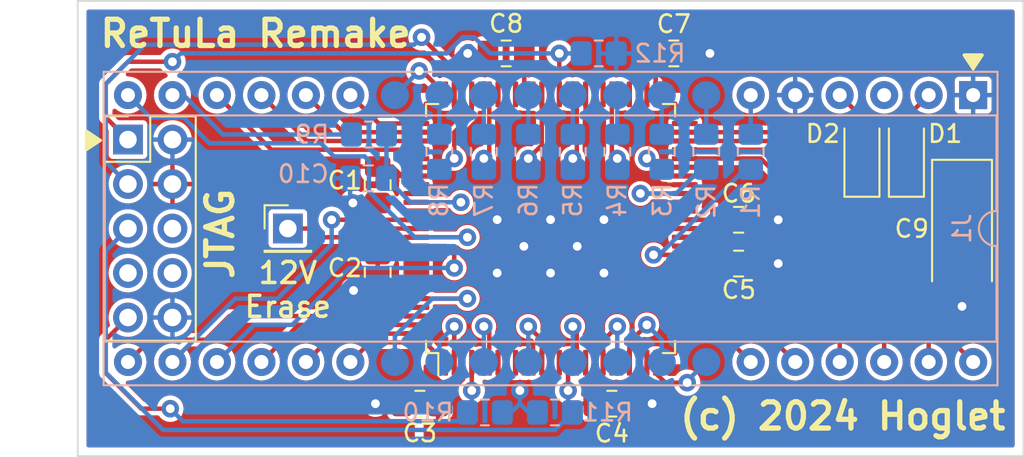
<source format=kicad_pcb>
(kicad_pcb (version 20211014) (generator pcbnew)
  (layers (0 "F.Cu" signal) (31 "B.Cu" signal) (34 "B.Paste" user) (35 "F.Paste" user) (36 "B.SilkS" user "B.Silkscreen") (37 "F.SilkS" user "F.Silkscreen") (38 "B.Mask" user) (39 "F.Mask" user) (44 "Edge.Cuts" user))
  (net 0 "")
  (net 1 "VCC")
  (net 2 "GND")
  (net 4 "Net-(D1-Pad2)")
  (net 5 "Net-(J1-Pad6)")
  (net 6 "Net-(J1-Pad7)")
  (net 7 "Net-(J1-Pad8)")
  (net 8 "Net-(J1-Pad9)")
  (net 9 "Net-(J1-Pad10)")
  (net 10 "Net-(J1-Pad11)")
  (net 11 "Net-(J1-Pad12)")
  (net 12 "Net-(J1-Pad13)")
  (net 13 "/HA0")
  (net 14 "/HA1")
  (net 15 "/HA2")
  (net 16 "/HRnW")
  (net 17 "/HCS")
  (net 18 "/HO2")
  (net 19 "/HRST")
  (net 20 "/PCS")
  (net 21 "/PNRDS")
  (net 22 "/PNWDS")
  (net 23 "/DACK")
  (net 24 "/PA2")
  (net 25 "/PA1")
  (net 26 "/PA0")
  (net 27 "/PD7")
  (net 28 "/PD6")
  (net 29 "/PD5")
  (net 30 "/PD4")
  (net 31 "/PD3")
  (net 32 "/PD2")
  (net 33 "/PD1")
  (net 34 "/PD0")
  (net 35 "/PIRQ")
  (net 36 "/PRST")
  (net 37 "/DRQ")
  (net 38 "/HIRQ")
  (net 39 "/PNMI")
  (net 40 "/HD0")
  (net 41 "/HD1")
  (net 42 "/HD2")
  (net 43 "/HD3")
  (net 44 "/HD4")
  (net 45 "/HD5")
  (net 46 "/HD6")
  (net 47 "/HD7")
  (net 48 "/TCK")
  (net 49 "/TDO")
  (net 50 "/TMS")
  (net 51 "/TDI")
  (net 55 "Net-(D2-Pad2)")
  (net 56 "Net-(J3-Pad1)")
  (net 101 "/HO2filtered")
  (footprint "Capacitor_Tantalum_SMD:CP_EIA-6032-28_Kemet-C_Pad2.25x2.35mm_HandSolder" (layer "F.Cu") (at 150.495 119.39 -90)
    (fp_text reference "C9")
    (fp_text value "10u")
  )
  (footprint "Connector_PinHeader_2.54mm:PinHeader_2x05_P2.54mm_Vertical" (layer "F.Cu") (at 102.87 114.3)
    (fp_text reference "J2" hide)
    (fp_text value "Conn_02x05_Odd_Even")
  )
  (footprint "Capacitor_SMD:C_0805_2012Metric_Pad1.18x1.45mm_HandSolder" (layer "F.Cu") (at 119.5375 129.38 180)
    (fp_text reference "C3")
    (fp_text value "100n")
  )
  (footprint "Capacitor_SMD:C_0805_2012Metric_Pad1.18x1.45mm_HandSolder" (layer "F.Cu") (at 117.13 116.88 -90)
    (fp_text reference "C1")
    (fp_text value "100n")
  )
  (footprint "Diode_SMD:D_SOD-123" (layer "F.Cu") (at 147.32 115.315 90)
    (fp_text reference "D1")
    (fp_text value "MBR130")
  )
  (footprint "Capacitor_SMD:C_0805_2012Metric_Pad1.18x1.45mm_HandSolder" (layer "F.Cu") (at 137.7375 118.88)
    (fp_text reference "C6")
    (fp_text value "100n")
  )
  (footprint "Capacitor_SMD:C_0805_2012Metric_Pad1.18x1.45mm_HandSolder" (layer "F.Cu") (at 134.0375 109.38)
    (fp_text reference "C7")
    (fp_text value "100n")
  )
  (footprint "Diode_SMD:D_SOD-123" (layer "F.Cu") (at 144.78 115.315 90)
    (fp_text reference "D2")
    (fp_text value "MBR130")
  )
  (footprint "Capacitor_SMD:C_0805_2012Metric_Pad1.18x1.45mm_HandSolder" (layer "F.Cu") (at 124.4625 109.38 180)
    (fp_text reference "C8")
    (fp_text value "100n")
  )
  (footprint "Capacitor_SMD:C_0805_2012Metric_Pad1.18x1.45mm_HandSolder" (layer "F.Cu") (at 117.13 121.88 -90)
    (fp_text reference "C2")
    (fp_text value "100n")
  )
  (footprint "Connector_PinHeader_2.54mm:PinHeader_1x01_P2.54mm_Vertical" (layer "F.Cu") (at 112 119.38)
    (fp_text reference "J3" hide)
    (fp_text value "Conn_01x01_Male")
  )
  (footprint "Package_QFP:TQFP-100_14x14mm_P0.5mm" (layer "F.Cu") (at 127 119.38 90)
    (fp_text reference "U1" hide)
    (fp_text value "ATF1508AS-10AU100")
  )
  (footprint "Capacitor_SMD:C_0805_2012Metric_Pad1.18x1.45mm_HandSolder" (layer "F.Cu") (at 137.7375 121.38)
    (fp_text reference "C5")
    (fp_text value "100n")
  )
  (footprint "Capacitor_SMD:C_0805_2012Metric_Pad1.18x1.45mm_HandSolder" (layer "F.Cu") (at 130.5 129.38)
    (fp_text reference "C4")
    (fp_text value "100n")
  )
  (footprint "Resistor_SMD:R_0805_2012Metric_Pad1.20x1.40mm_HandSolder" (layer "B.Cu") (at 127.25 129.88 180)
    (fp_text reference "R11")
    (fp_text value "NF")
  )
  (footprint "Resistor_SMD:R_0805_2012Metric_Pad1.20x1.40mm_HandSolder" (layer "B.Cu") (at 125.73 115 90)
    (fp_text reference "R6")
    (fp_text value "0R")
  )
  (footprint "Resistor_SMD:R_0805_2012Metric_Pad1.20x1.40mm_HandSolder" (layer "B.Cu") (at 133.35 115 90)
    (fp_text reference "R3")
    (fp_text value "0R")
  )
  (footprint "Capacitor_SMD:C_0805_2012Metric_Pad1.18x1.45mm_HandSolder" (layer "B.Cu") (at 116.5925 116.51)
    (fp_text reference "C10")
    (fp_text value "47p")
  )
  (footprint "Resistor_SMD:R_0805_2012Metric_Pad1.20x1.40mm_HandSolder" (layer "B.Cu") (at 123.19 115 90)
    (fp_text reference "R7")
    (fp_text value "0R")
  )
  (footprint "Resistor_SMD:R_0805_2012Metric_Pad1.20x1.40mm_HandSolder" (layer "B.Cu") (at 129.75 109.38)
    (fp_text reference "R12")
    (fp_text value "NF")
  )
  (footprint "Resistor_SMD:R_0805_2012Metric_Pad1.20x1.40mm_HandSolder" (layer "B.Cu") (at 138.43 115 90)
    (fp_text reference "R1")
    (fp_text value "0R")
  )
  (footprint "Resistor_SMD:R_0805_2012Metric_Pad1.20x1.40mm_HandSolder" (layer "B.Cu") (at 123.25 129.88 180)
    (fp_text reference "R10")
    (fp_text value "NF")
  )
  (footprint "Resistor_SMD:R_0805_2012Metric_Pad1.20x1.40mm_HandSolder" (layer "B.Cu") (at 130.81 115 90)
    (fp_text reference "R4")
    (fp_text value "0R")
  )
  (footprint "Resistor_SMD:R_0805_2012Metric_Pad1.20x1.40mm_HandSolder" (layer "B.Cu") (at 135.89 115 90)
    (fp_text reference "R2")
    (fp_text value "0R")
  )
  (footprint "Resistor_SMD:R_0805_2012Metric_Pad1.20x1.40mm_HandSolder" (layer "B.Cu") (at 120.65 115 90)
    (fp_text reference "R8")
    (fp_text value "0R")
  )
  (footprint "Resistor_SMD:R_0805_2012Metric_Pad1.20x1.40mm_HandSolder" (layer "B.Cu") (at 116.63 114.01 180)
    (fp_text reference "R9")
    (fp_text value "120R")
  )
  (footprint "myfootprints:DIP-40_W15.24mm_Header" (layer "B.Cu") (at 151.13 111.76 90)
    (fp_text reference "J1")
    (fp_text value "40 Pin DIP Header")
  )
  (footprint "Resistor_SMD:R_0805_2012Metric_Pad1.20x1.40mm_HandSolder" (layer "B.Cu") (at 128.27 115 90)
    (fp_text reference "R5")
    (fp_text value "0R")
  )
  (gr_poly (pts (xy 101.27 114.346) (xy 100.508 114.854) (xy 100.508 113.838)) (layer "F.SilkS") (width 0.2) (fill solid))
  (gr_poly (pts (xy 151.13 110.236) (xy 150.622 109.474) (xy 151.638 109.474)) (layer "F.SilkS") (width 0.2) (fill solid))
  (gr_line (start 154 106.38) (end 100 106.38) (layer "Edge.Cuts") (width 0.1))
  (gr_line (start 100 106.38) (end 100 132.38) (layer "Edge.Cuts") (width 0.1))
  (gr_line (start 100 132.38) (end 154 132.38) (layer "Edge.Cuts") (width 0.1))
  (gr_line (start 154 132.38) (end 154 106.38) (layer "Edge.Cuts") (width 0.1))
  (gr_text "ReTuLa Remake" (at 110.16 108.25) (layer "F.SilkS") (effects (font (size 1.5 1.5) (thickness 0.3))))
  (gr_text "JTAG" (at 108.128 119.68 90) (layer "F.SilkS") (effects (font (size 1.5 1.5) (thickness 0.3))))
  (gr_text "12V\nErase" (at 112 122.88) (layer "F.SilkS") (effects (font (size 1.2 1.2) (thickness 0.2))))
  (gr_text "(c) 2024 Hoglet" (at 143.688 130.094) (layer "F.SilkS") (effects (font (size 1.5 1.5) (thickness 0.3))))
  (segment (start 133 111.7175) (end 133 109.38) (width 0.254) (layer "F.Cu") (net 1))
  (segment (start 119.3375 120.88) (end 117.1675 120.88) (width 0.254) (layer "F.Cu") (net 1))
  (segment (start 117.13 115.8425) (end 117.9625 115.8425) (width 0.254) (layer "F.Cu") (net 1))
  (segment (start 122 127.0425) (end 122 127.98) (width 0.254) (layer "F.Cu") (net 1))
  (segment (start 121.8 128.18) (end 120.6 128.18) (width 0.254) (layer "F.Cu") (net 1))
  (segment (start 120.6 128.18) (end 120.575 128.205) (width 0.254) (layer "F.Cu") (net 1))
  (segment (start 134.6625 118.88) (end 136.7 118.88) (width 0.254) (layer "F.Cu") (net 1))
  (segment (start 122 127.98) (end 121.8 128.18) (width 0.254) (layer "F.Cu") (net 1))
  (segment (start 120.575 128.205) (end 120.575 129.38) (width 0.254) (layer "F.Cu") (net 1))
  (segment (start 129.5 127.0425) (end 129.5 129.3425) (width 0.254) (layer "F.Cu") (net 1))
  (segment (start 118.5 116.38) (end 119.3375 116.38) (width 0.254) (layer "F.Cu") (net 1))
  (segment (start 125.5 111.7175) (end 125.5 109.38) (width 0.254) (layer "F.Cu") (net 1))
  (segment (start 117.9625 115.8425) (end 118.5 116.38) (width 0.254) (layer "F.Cu") (net 1))
  (segment (start 134.6625 121.38) (end 136.7 121.38) (width 0.254) (layer "F.Cu") (net 1))
  (via (at 125.25 128.63) (size 1) (drill 0.5) (layers "F.Cu" "B.Cu") (net 1))
  (segment (start 125.75 129.88) (end 126.25 129.88) (width 0.254) (layer "B.Cu") (net 1))
  (segment (start 124.25 129.88) (end 124.75 129.88) (width 0.254) (layer "B.Cu") (net 1))
  (segment (start 125.25 129.38) (end 125.75 129.88) (width 0.254) (layer "B.Cu") (net 1))
  (segment (start 124.75 129.88) (end 125.25 129.38) (width 0.254) (layer "B.Cu") (net 1))
  (segment (start 125.25 128.63) (end 125.25 129.38) (width 0.254) (layer "B.Cu") (net 1))
  (segment (start 130 121.968) (end 130.048 121.92) (width 0.254) (layer "F.Cu") (net 2))
  (segment (start 140 121.38) (end 138.775 121.38) (width 0.254) (layer "F.Cu") (net 2))
  (segment (start 130.048 118.872) (end 130.048 121.92) (width 0.254) (layer "F.Cu") (net 2))
  (segment (start 123.952 121.92) (end 130.048 121.92) (width 0.254) (layer "F.Cu") (net 2))
  (segment (start 127 118.872) (end 130.048 121.92) (width 0.254) (layer "F.Cu") (net 2))
  (segment (start 122.268 109.38) (end 123.425 109.38) (width 0.254) (layer "F.Cu") (net 2))
  (segment (start 123.952 118.872) (end 127 121.92) (width 0.254) (layer "F.Cu") (net 2))
  (segment (start 119.3375 122.88) (end 117.1675 122.88) (width 0.254) (layer "F.Cu") (net 2))
  (segment (start 150.495 121.94) (end 150.495 123.825) (width 0.254) (layer "F.Cu") (net 2))
  (segment (start 117 129.38) (end 118.5 129.38) (width 0.254) (layer "F.Cu") (net 2))
  (segment (start 131.5375 129.38) (end 132.8 129.38) (width 0.254) (layer "F.Cu") (net 2))
  (segment (start 123.952 121.92) (end 127 118.872) (width 0.254) (layer "F.Cu") (net 2))
  (segment (start 135.075 109.38) (end 136.1 109.38) (width 0.254) (layer "F.Cu") (net 2))
  (segment (start 118.5 118.38) (end 119.3375 118.38) (width 0.254) (layer "F.Cu") (net 2))
  (segment (start 115.7125 117.9175) (end 117.13 117.9175) (width 0.254) (layer "F.Cu") (net 2))
  (segment (start 123.952 118.872) (end 130.048 118.872) (width 0.254) (layer "F.Cu") (net 2))
  (segment (start 117.13 117.9175) (end 118.0375 117.9175) (width 0.254) (layer "F.Cu") (net 2))
  (segment (start 118.0375 117.9175) (end 118.5 118.38) (width 0.254) (layer "F.Cu") (net 2))
  (segment (start 123.952 118.872) (end 123.952 121.92) (width 0.254) (layer "F.Cu") (net 2))
  (segment (start 127 121.92) (end 130.048 118.872) (width 0.254) (layer "F.Cu") (net 2))
  (segment (start 140 118.88) (end 138.775 118.88) (width 0.254) (layer "F.Cu") (net 2))
  (segment (start 115.75 122.9175) (end 117.13 122.9175) (width 0.254) (layer "F.Cu") (net 2))
  (via (at 127 118.872) (size 1) (drill 0.5) (layers "F.Cu" "B.Cu") (net 2))
  (via (at 125.476 120.396) (size 1) (drill 0.5) (layers "F.Cu" "B.Cu") (net 2))
  (via (at 123.952 118.872) (size 1) (drill 0.5) (layers "F.Cu" "B.Cu") (net 2))
  (via (at 127 121.92) (size 1) (drill 0.5) (layers "F.Cu" "B.Cu") (net 2))
  (via (at 132.8 129.38) (size 1) (drill 0.5) (layers "F.Cu" "B.Cu") (net 2))
  (via (at 140 118.88) (size 1) (drill 0.5) (layers "F.Cu" "B.Cu") (net 2))
  (via (at 117 129.38) (size 1) (drill 0.5) (layers "F.Cu" "B.Cu") (net 2))
  (via (at 140 121.38) (size 1) (drill 0.5) (layers "F.Cu" "B.Cu") (net 2))
  (via (at 122.268 109.38) (size 1) (drill 0.5) (layers "F.Cu" "B.Cu") (net 2))
  (via (at 130.048 121.92) (size 1) (drill 0.5) (layers "F.Cu" "B.Cu") (net 2))
  (via (at 136.1 109.38) (size 1) (drill 0.5) (layers "F.Cu" "B.Cu") (net 2))
  (via (at 128.524 120.396) (size 1) (drill 0.5) (layers "F.Cu" "B.Cu") (net 2))
  (via (at 115.7125 117.9175) (size 1) (drill 0.5) (layers "F.Cu" "B.Cu") (net 2))
  (via (at 123.952 121.92) (size 1) (drill 0.5) (layers "F.Cu" "B.Cu") (net 2))
  (via (at 115.75 122.9175) (size 1) (drill 0.5) (layers "F.Cu" "B.Cu") (net 2))
  (via (at 150.495 123.825) (size 1) (drill 0.5) (layers "F.Cu" "B.Cu") (net 2))
  (via (at 130.048 118.872) (size 1) (drill 0.5) (layers "F.Cu" "B.Cu") (net 2))
  (segment (start 148.59 111.76) (end 147.32 113.03) (width 0.254) (layer "F.Cu") (net 4))
  (segment (start 147.32 113.03) (end 147.32 113.665) (width 0.254) (layer "F.Cu") (net 4))
  (segment (start 138.43 111.76) (end 138.43 114) (width 0.254) (layer "B.Cu") (net 5))
  (segment (start 135.89 111.76) (end 135.89 114) (width 0.254) (layer "B.Cu") (net 6))
  (segment (start 133.35 111.76) (end 133.35 114) (width 0.254) (layer "B.Cu") (net 7))
  (segment (start 130.81 111.76) (end 130.81 114) (width 0.254) (layer "B.Cu") (net 8))
  (segment (start 128.27 111.76) (end 128.27 114) (width 0.254) (layer "B.Cu") (net 9))
  (segment (start 125.73 111.76) (end 125.73 114) (width 0.254) (layer "B.Cu") (net 10))
  (segment (start 123.19 111.76) (end 123.19 114) (width 0.254) (layer "B.Cu") (net 11))
  (segment (start 120.65 111.76) (end 120.65 114) (width 0.254) (layer "B.Cu") (net 12))
  (segment (start 119.5 110.38) (end 119.6625 110.38) (width 0.254) (layer "F.Cu") (net 13))
  (segment (start 119.6625 110.38) (end 121 111.7175) (width 0.254) (layer "F.Cu") (net 13))
  (via (at 119.5 110.38) (size 1) (drill 0.5) (layers "F.Cu" "B.Cu") (net 13))
  (segment (start 118.12 111.76) (end 119.5 110.38) (width 0.254) (layer "B.Cu") (net 13))
  (segment (start 117.19 113.38) (end 119.3375 113.38) (width 0.254) (layer "F.Cu") (net 14))
  (segment (start 115.57 111.76) (end 117.19 113.38) (width 0.254) (layer "F.Cu") (net 14))
  (segment (start 115.15 113.88) (end 113.03 111.76) (width 0.254) (layer "F.Cu") (net 15))
  (segment (start 119.3375 113.88) (end 115.15 113.88) (width 0.254) (layer "F.Cu") (net 15))
  (segment (start 113.1 114.38) (end 119.3375 114.38) (width 0.254) (layer "F.Cu") (net 16))
  (segment (start 110.485 111.765) (end 113.1 114.38) (width 0.254) (layer "F.Cu") (net 16))
  (segment (start 107.945 111.765) (end 111.06 114.88) (width 0.254) (layer "F.Cu") (net 17))
  (segment (start 111.06 114.88) (end 119.3375 114.88) (width 0.254) (layer "F.Cu") (net 17))
  (segment (start 108.295 114.01) (end 115.63 114.01) (width 0.254) (layer "B.Cu") (net 18))
  (segment (start 106.045 111.76) (end 108.295 114.01) (width 0.254) (layer "B.Cu") (net 18))
  (segment (start 122.25 119.88) (end 119.3375 119.88) (width 0.254) (layer "F.Cu") (net 19))
  (via (at 122.25 119.88) (size 1) (drill 0.5) (layers "F.Cu" "B.Cu") (net 19))
  (segment (start 104.14 113.03) (end 102.87 111.76) (width 0.254) (layer "B.Cu") (net 19))
  (segment (start 107.525 114.51) (end 106.045 113.03) (width 0.254) (layer "B.Cu") (net 19))
  (segment (start 106.045 113.03) (end 104.14 113.03) (width 0.254) (layer "B.Cu") (net 19))
  (segment (start 122.25 119.88) (end 119.25 119.88) (width 0.254) (layer "B.Cu") (net 19))
  (segment (start 114.63 115.26) (end 113.88 114.51) (width 0.254) (layer "B.Cu") (net 19))
  (segment (start 113.88 114.51) (end 107.525 114.51) (width 0.254) (layer "B.Cu") (net 19))
  (segment (start 119.25 119.88) (end 116.63 117.26) (width 0.254) (layer "B.Cu") (net 19))
  (segment (start 116.38 115.26) (end 114.63 115.26) (width 0.254) (layer "B.Cu") (net 19))
  (segment (start 116.63 117.26) (end 116.63 115.51) (width 0.254) (layer "B.Cu") (net 19))
  (segment (start 116.63 115.51) (end 116.38 115.26) (width 0.254) (layer "B.Cu") (net 19))
  (segment (start 107.315 125.73) (end 108.67 124.375) (width 0.254) (layer "F.Cu") (net 20))
  (segment (start 118 123.88) (end 119.3375 123.88) (width 0.254) (layer "F.Cu") (net 20))
  (segment (start 117.505 124.375) (end 118 123.88) (width 0.254) (layer "F.Cu") (net 20))
  (segment (start 108.67 124.375) (end 117.505 124.375) (width 0.254) (layer "F.Cu") (net 20))
  (segment (start 102.87 127) (end 104.14 125.73) (width 0.254) (layer "F.Cu") (net 20))
  (segment (start 104.14 125.73) (end 107.315 125.73) (width 0.254) (layer "F.Cu") (net 20))
  (segment (start 114.5 118.88) (end 119.3375 118.88) (width 0.254) (layer "F.Cu") (net 21))
  (via (at 114.5 118.88) (size 1) (drill 0.5) (layers "F.Cu" "B.Cu") (net 21))
  (segment (start 109 123.38) (end 105.41 126.97) (width 0.254) (layer "B.Cu") (net 21))
  (segment (start 111.412 123.38) (end 109 123.38) (width 0.254) (layer "B.Cu") (net 21))
  (segment (start 114.5 120.292) (end 111.412 123.38) (width 0.254) (layer "B.Cu") (net 21))
  (segment (start 114.5 118.88) (end 114.5 120.292) (width 0.254) (layer "B.Cu") (net 21))
  (segment (start 121 120.38) (end 119.3375 120.38) (width 0.254) (layer "F.Cu") (net 22))
  (segment (start 121.5 120.88) (end 121 120.38) (width 0.254) (layer "F.Cu") (net 22))
  (segment (start 121.5 121.63) (end 121.5 120.88) (width 0.254) (layer "F.Cu") (net 22))
  (via (at 121.5 121.63) (size 1) (drill 0.5) (layers "F.Cu" "B.Cu") (net 22))
  (segment (start 121.5 121.63) (end 115.5 121.63) (width 0.254) (layer "B.Cu") (net 22))
  (segment (start 112.25 124.88) (end 110.07 124.88) (width 0.254) (layer "B.Cu") (net 22))
  (segment (start 110.07 124.88) (end 107.95 127) (width 0.254) (layer "B.Cu") (net 22))
  (segment (start 115.5 121.63) (end 112.25 124.88) (width 0.254) (layer "B.Cu") (net 22))
  (segment (start 112.61 124.88) (end 110.485 127.005) (width 0.254) (layer "F.Cu") (net 23))
  (segment (start 119.3375 124.88) (end 112.61 124.88) (width 0.254) (layer "F.Cu") (net 23))
  (segment (start 114.65 125.38) (end 113.025 127.005) (width 0.254) (layer "F.Cu") (net 24))
  (segment (start 119.3375 125.38) (end 114.65 125.38) (width 0.254) (layer "F.Cu") (net 24))
  (segment (start 115.57 127) (end 116.69 125.88) (width 0.254) (layer "F.Cu") (net 25))
  (segment (start 119.8375 125.88) (end 121 127.0425) (width 0.254) (layer "F.Cu") (net 25))
  (segment (start 116.69 125.88) (end 119.8375 125.88) (width 0.254) (layer "F.Cu") (net 25))
  (segment (start 119.3375 123.38) (end 122.25 123.38) (width 0.254) (layer "F.Cu") (net 26))
  (via (at 122.25 123.38) (size 1) (drill 0.5) (layers "F.Cu" "B.Cu") (net 26))
  (segment (start 118.11 125.52) (end 118.11 127) (width 0.254) (layer "B.Cu") (net 26))
  (segment (start 122.25 123.38) (end 120.25 123.38) (width 0.254) (layer "B.Cu") (net 26))
  (segment (start 120.25 123.38) (end 118.11 125.52) (width 0.254) (layer "B.Cu") (net 26))
  (segment (start 121.5 124.968) (end 121.5 127.0425) (width 0.254) (layer "F.Cu") (net 27))
  (via (at 121.5 124.968) (size 1) (drill 0.5) (layers "F.Cu" "B.Cu") (net 27))
  (segment (start 121.5 124.968) (end 120.65 125.818) (width 0.254) (layer "B.Cu") (net 27))
  (segment (start 120.65 125.818) (end 120.65 127) (width 0.254) (layer "B.Cu") (net 27))
  (segment (start 123.19 124.968) (end 123.5 125.278) (width 0.254) (layer "F.Cu") (net 28))
  (segment (start 123.5 125.278) (end 123.5 127.0425) (width 0.254) (layer "F.Cu") (net 28))
  (via (at 123.19 124.968) (size 1) (drill 0.5) (layers "F.Cu" "B.Cu") (net 28))
  (segment (start 123.19 127) (end 123.19 124.968) (width 0.254) (layer "B.Cu") (net 28))
  (segment (start 126.5 125.738) (end 125.73 124.968) (width 0.254) (layer "F.Cu") (net 29))
  (segment (start 126.5 127.0425) (end 126.5 125.738) (width 0.254) (layer "F.Cu") (net 29))
  (via (at 125.73 124.968) (size 1) (drill 0.5) (layers "F.Cu" "B.Cu") (net 29))
  (segment (start 125.73 127) (end 125.73 124.968) (width 0.254) (layer "B.Cu") (net 29))
  (segment (start 128.5 127.0425) (end 128.5 125.198) (width 0.254) (layer "F.Cu") (net 30))
  (segment (start 128.5 125.198) (end 128.27 124.968) (width 0.254) (layer "F.Cu") (net 30))
  (via (at 128.27 124.968) (size 1) (drill 0.5) (layers "F.Cu" "B.Cu") (net 30))
  (segment (start 128.27 127) (end 128.27 124.968) (width 0.254) (layer "B.Cu") (net 30))
  (segment (start 130 127.0425) (end 130 125.778) (width 0.254) (layer "F.Cu") (net 31))
  (segment (start 130 125.778) (end 130.81 124.968) (width 0.254) (layer "F.Cu") (net 31))
  (via (at 130.81 124.968) (size 1) (drill 0.5) (layers "F.Cu" "B.Cu") (net 31))
  (segment (start 130.81 127) (end 130.81 124.968) (width 0.254) (layer "B.Cu") (net 31))
  (segment (start 131.5 125.88) (end 131.5 127.0425) (width 0.254) (layer "F.Cu") (net 32))
  (segment (start 132.5 124.88) (end 131.5 125.88) (width 0.254) (layer "F.Cu") (net 32))
  (via (at 132.5 124.88) (size 1) (drill 0.5) (layers "F.Cu" "B.Cu") (net 32))
  (segment (start 132.5 124.88) (end 133.35 125.73) (width 0.254) (layer "B.Cu") (net 32))
  (segment (start 133.35 125.73) (end 133.35 127) (width 0.254) (layer "B.Cu") (net 32))
  (segment (start 134.8 128.18) (end 133.55 128.18) (width 0.254) (layer "F.Cu") (net 33))
  (segment (start 133.55 128.18) (end 133 127.63) (width 0.254) (layer "F.Cu") (net 33))
  (via (at 134.8 128.18) (size 1) (drill 0.5) (layers "F.Cu" "B.Cu") (net 33))
  (segment (start 134.8 128.18) (end 134.8 128.09) (width 0.254) (layer "B.Cu") (net 33))
  (segment (start 134.8 128.09) (end 135.89 127) (width 0.254) (layer "B.Cu") (net 33))
  (segment (start 134.6625 124.88) (end 136.31 124.88) (width 0.254) (layer "F.Cu") (net 34))
  (segment (start 136.31 124.88) (end 138.43 127) (width 0.254) (layer "F.Cu") (net 34))
  (segment (start 139.065 125.095) (end 140.97 127) (width 0.254) (layer "F.Cu") (net 35))
  (segment (start 134.6625 123.88) (end 136.58 123.88) (width 0.254) (layer "F.Cu") (net 35))
  (segment (start 137.795 125.095) (end 136.58 123.88) (width 0.254) (layer "F.Cu") (net 35))
  (segment (start 139.065 125.095) (end 137.795 125.095) (width 0.254) (layer "F.Cu") (net 35))
  (segment (start 139 115.38) (end 141.25 117.63) (width 0.254) (layer "F.Cu") (net 36))
  (segment (start 141.25 117.63) (end 141.25 120.13) (width 0.254) (layer "F.Cu") (net 36))
  (segment (start 141.25 120.13) (end 143.51 122.39) (width 0.254) (layer "F.Cu") (net 36))
  (segment (start 143.51 122.39) (end 143.51 127) (width 0.254) (layer "F.Cu") (net 36))
  (segment (start 134.6625 115.38) (end 139 115.38) (width 0.254) (layer "F.Cu") (net 36))
  (segment (start 146.05 123.93) (end 146.05 127) (width 0.254) (layer "F.Cu") (net 37))
  (segment (start 141.75 117.13) (end 141.75 119.63) (width 0.254) (layer "F.Cu") (net 37))
  (segment (start 134.6625 114.88) (end 139.5 114.88) (width 0.254) (layer "F.Cu") (net 37))
  (segment (start 141.75 119.63) (end 146.05 123.93) (width 0.254) (layer "F.Cu") (net 37))
  (segment (start 139.5 114.88) (end 141.75 117.13) (width 0.254) (layer "F.Cu") (net 37))
  (segment (start 142.25 119.13) (end 148.59 125.47) (width 0.254) (layer "F.Cu") (net 38))
  (segment (start 134.6625 114.38) (end 140 114.38) (width 0.254) (layer "F.Cu") (net 38))
  (segment (start 148.59 125.47) (end 148.59 127) (width 0.254) (layer "F.Cu") (net 38))
  (segment (start 140 114.38) (end 142.25 116.63) (width 0.254) (layer "F.Cu") (net 38))
  (segment (start 142.25 116.63) (end 142.25 119.13) (width 0.254) (layer "F.Cu") (net 38))
  (segment (start 142.75 116.13) (end 142.75 118.63) (width 0.254) (layer "F.Cu") (net 39))
  (segment (start 134.6625 113.88) (end 140.5 113.88) (width 0.254) (layer "F.Cu") (net 39))
  (segment (start 142.75 118.63) (end 151.12 127) (width 0.254) (layer "F.Cu") (net 39))
  (segment (start 140.5 113.88) (end 142.75 116.13) (width 0.254) (layer "F.Cu") (net 39))
  (segment (start 132.88 120.88) (end 134.6625 120.88) (width 0.254) (layer "F.Cu") (net 40))
  (via (at 132.88 120.88) (size 1) (drill 0.5) (layers "F.Cu" "B.Cu") (net 40))
  (segment (start 133.215 120.88) (end 138.095 116) (width 0.254) (layer "B.Cu") (net 40))
  (segment (start 132.88 120.88) (end 133.215 120.88) (width 0.254) (layer "B.Cu") (net 40))
  (segment (start 132.13 117.38) (end 134.6625 117.38) (width 0.254) (layer "F.Cu") (net 41))
  (via (at 132.13 117.38) (size 1) (drill 0.5) (layers "F.Cu" "B.Cu") (net 41))
  (segment (start 132.13 117.38) (end 134.175 117.38) (width 0.254) (layer "B.Cu") (net 41))
  (segment (start 134.175 117.38) (end 135.555 116) (width 0.254) (layer "B.Cu") (net 41))
  (segment (start 133.5 116.38) (end 134.6625 116.38) (width 0.254) (layer "F.Cu") (net 42))
  (segment (start 132.5 115.38) (end 133.5 116.38) (width 0.254) (layer "F.Cu") (net 42))
  (via (at 132.5 115.38) (size 1) (drill 0.5) (layers "F.Cu" "B.Cu") (net 42))
  (segment (start 132.73 115.38) (end 133.35 116) (width 0.254) (layer "B.Cu") (net 42))
  (segment (start 132.5 115.38) (end 132.73 115.38) (width 0.254) (layer "B.Cu") (net 42))
  (segment (start 130.5 115.07) (end 130.5 111.7175) (width 0.254) (layer "F.Cu") (net 43))
  (segment (start 130.81 115.38) (end 130.5 115.07) (width 0.254) (layer "F.Cu") (net 43))
  (via (at 130.81 115.38) (size 1) (drill 0.5) (layers "F.Cu" "B.Cu") (net 43))
  (segment (start 130.81 115.38) (end 130.81 116) (width 0.254) (layer "B.Cu") (net 43))
  (segment (start 128.27 115.38) (end 128.5 115.15) (width 0.254) (layer "F.Cu") (net 44))
  (segment (start 128.5 115.15) (end 128.5 111.7175) (width 0.254) (layer "F.Cu") (net 44))
  (via (at 128.27 115.38) (size 1) (drill 0.5) (layers "F.Cu" "B.Cu") (net 44))
  (segment (start 128.27 115.38) (end 128.27 116) (width 0.254) (layer "B.Cu") (net 44))
  (segment (start 125.73 115.38) (end 126.5 114.61) (width 0.254) (layer "F.Cu") (net 45))
  (segment (start 126.5 114.61) (end 126.5 111.7175) (width 0.254) (layer "F.Cu") (net 45))
  (via (at 125.73 115.38) (size 1) (drill 0.5) (layers "F.Cu" "B.Cu") (net 45))
  (segment (start 125.73 115.38) (end 125.73 116) (width 0.254) (layer "B.Cu") (net 45))
  (segment (start 123.19 115.38) (end 123.5 115.07) (width 0.254) (layer "F.Cu") (net 46))
  (segment (start 123.5 115.07) (end 123.5 111.7175) (width 0.254) (layer "F.Cu") (net 46))
  (via (at 123.19 115.38) (size 1) (drill 0.5) (layers "F.Cu" "B.Cu") (net 46))
  (segment (start 123.19 115.38) (end 123.19 116) (width 0.254) (layer "B.Cu") (net 46))
  (segment (start 121.5 113.88) (end 122.5 112.88) (width 0.254) (layer "F.Cu") (net 47))
  (segment (start 121.5 115.38) (end 121.5 113.88) (width 0.254) (layer "F.Cu") (net 47))
  (segment (start 122.5 112.88) (end 122.5 111.7175) (width 0.254) (layer "F.Cu") (net 47))
  (via (at 121.5 115.38) (size 1) (drill 0.5) (layers "F.Cu" "B.Cu") (net 47))
  (segment (start 121.27 115.38) (end 120.65 116) (width 0.254) (layer "B.Cu") (net 47))
  (segment (start 121.5 115.38) (end 121.27 115.38) (width 0.254) (layer "B.Cu") (net 47))
  (segment (start 102.87 109.855) (end 101.6 111.125) (width 0.254) (layer "F.Cu") (net 48))
  (segment (start 127.5 109.38) (end 127.5 111.7175) (width 0.254) (layer "F.Cu") (net 48))
  (segment (start 101.6 111.125) (end 101.6 113.03) (width 0.254) (layer "F.Cu") (net 48))
  (segment (start 105.41 109.855) (end 102.87 109.855) (width 0.254) (layer "F.Cu") (net 48))
  (segment (start 101.6 113.03) (end 102.87 114.3) (width 0.254) (layer "F.Cu") (net 48))
  (via (at 127.5 109.38) (size 1) (drill 0.5) (layers "F.Cu" "B.Cu") (net 48))
  (via (at 105.41 109.855) (size 1) (drill 0.5) (layers "F.Cu" "B.Cu") (net 48))
  (segment (start 105.885 109.38) (end 121.0615 109.38) (width 0.254) (layer "B.Cu") (net 48))
  (segment (start 105.41 109.855) (end 105.885 109.38) (width 0.254) (layer "B.Cu") (net 48))
  (segment (start 121.9835 108.458) (end 122.64 108.458) (width 0.254) (layer "B.Cu") (net 48))
  (segment (start 121.0615 109.38) (end 121.9835 108.458) (width 0.254) (layer "B.Cu") (net 48))
  (segment (start 123.562 109.38) (end 127.5 109.38) (width 0.254) (layer "B.Cu") (net 48))
  (segment (start 128.75 109.38) (end 127.5 109.38) (width 0.254) (layer "B.Cu") (net 48))
  (segment (start 122.64 108.458) (end 123.562 109.38) (width 0.254) (layer "B.Cu") (net 48))
  (segment (start 119.634 108.458) (end 122 110.824) (width 0.254) (layer "F.Cu") (net 49))
  (segment (start 122 110.824) (end 122 111.7175) (width 0.254) (layer "F.Cu") (net 49))
  (via (at 119.634 108.458) (size 1) (drill 0.5) (layers "F.Cu" "B.Cu") (net 49))
  (segment (start 101.6 111.125) (end 101.6 115.57) (width 0.254) (layer "B.Cu") (net 49))
  (segment (start 119.634 108.458) (end 119.212 108.88) (width 0.254) (layer "B.Cu") (net 49))
  (segment (start 101.6 115.57) (end 102.87 116.84) (width 0.254) (layer "B.Cu") (net 49))
  (segment (start 119.212 108.88) (end 103.845 108.88) (width 0.254) (layer "B.Cu") (net 49))
  (segment (start 103.845 108.88) (end 101.6 111.125) (width 0.254) (layer "B.Cu") (net 49))
  (segment (start 128 128.63) (end 128 127.0425) (width 0.254) (layer "F.Cu") (net 50))
  (via (at 128 128.63) (size 1) (drill 0.5) (layers "F.Cu" "B.Cu") (net 50))
  (segment (start 101.6 120.65) (end 102.87 119.38) (width 0.254) (layer "B.Cu") (net 50))
  (segment (start 127.25 130.88) (end 104.87675 130.88) (width 0.254) (layer "B.Cu") (net 50))
  (segment (start 104.87675 130.88) (end 101.6 127.60325) (width 0.254) (layer "B.Cu") (net 50))
  (segment (start 128.25 129.88) (end 127.25 130.88) (width 0.254) (layer "B.Cu") (net 50))
  (segment (start 101.6 127.60325) (end 101.6 120.65) (width 0.254) (layer "B.Cu") (net 50))
  (segment (start 128 129.63) (end 128 128.63) (width 0.254) (layer "B.Cu") (net 50))
  (segment (start 101.6 125.73) (end 102.87 124.46) (width 0.254) (layer "F.Cu") (net 51))
  (segment (start 103.63 129.665) (end 101.6 127.635) (width 0.254) (layer "F.Cu") (net 51))
  (segment (start 105.285 129.665) (end 103.63 129.665) (width 0.254) (layer "F.Cu") (net 51))
  (segment (start 122.5 128.63) (end 122.5 127.0425) (width 0.254) (layer "F.Cu") (net 51))
  (segment (start 101.6 127.635) (end 101.6 125.73) (width 0.254) (layer "F.Cu") (net 51))
  (via (at 105.285 129.665) (size 1) (drill 0.5) (layers "F.Cu" "B.Cu") (net 51))
  (via (at 122.5 128.63) (size 1) (drill 0.5) (layers "F.Cu" "B.Cu") (net 51))
  (segment (start 121.75 130.38) (end 122.25 129.88) (width 0.254) (layer "B.Cu") (net 51))
  (segment (start 122.5 128.63) (end 122.5 129.63) (width 0.254) (layer "B.Cu") (net 51))
  (segment (start 105.285 129.665) (end 106 130.38) (width 0.254) (layer "B.Cu") (net 51))
  (segment (start 106 130.38) (end 121.75 130.38) (width 0.254) (layer "B.Cu") (net 51))
  (segment (start 143.51 111.76) (end 144.78 113.03) (width 0.254) (layer "F.Cu") (net 55))
  (segment (start 144.78 113.03) (end 144.78 113.665) (width 0.254) (layer "F.Cu") (net 55))
  (segment (start 112 119.38) (end 113.5 119.38) (width 0.254) (layer "F.Cu") (net 56))
  (segment (start 113.5 119.38) (end 114 119.88) (width 0.254) (layer "F.Cu") (net 56))
  (segment (start 114 119.88) (end 115 119.88) (width 0.254) (layer "F.Cu") (net 56))
  (segment (start 115 119.88) (end 115.5 119.38) (width 0.254) (layer "F.Cu") (net 56))
  (segment (start 115.5 119.38) (end 119.3375 119.38) (width 0.254) (layer "F.Cu") (net 56))
  (segment (start 121.88 117.88) (end 119.3375 117.88) (width 0.254) (layer "F.Cu") (net 101))
  (via (at 121.88 117.88) (size 1) (drill 0.5) (layers "F.Cu" "B.Cu") (net 101))
  (segment (start 117.63 114.01) (end 117.63 116.51) (width 0.254) (layer "B.Cu") (net 101))
  (segment (start 119 117.88) (end 117.63 116.51) (width 0.254) (layer "B.Cu") (net 101))
  (segment (start 121.88 117.88) (end 119 117.88) (width 0.254) (layer "B.Cu") (net 101))
  (zone (net 2) (net_name "GND") (layer "F.Cu") (connect_pads (clearance 0.2032)) (min_thickness 0.2032) (fill yes (thermal_gap 0.254) (thermal_bridge_width 0.254))
    (polygon (pts (xy 134.25 126.63) (xy 119.75 126.63) (xy 119.75 112.13) (xy 134.25 112.13)))
  )
  (zone (net 1) (net_name "VCC") (layer "F.Cu") (connect_pads (clearance 0.254)) (min_thickness 0.254) (fill yes (thermal_gap 0.254) (thermal_bridge_width 0.254))
    (polygon (pts (xy 153.5 131.88) (xy 119.75 131.88) (xy 119.75 127.13) (xy 134.75 127.13) (xy 134.75 111.63) (xy 119.25 111.63) (xy 119.25 131.88) (xy 100.5 131.88) (xy 100.5 106.88) (xy 153.5 106.88)))
  )
  (zone (net 2) (net_name "GND") (layer "B.Cu") (connect_pads (clearance 0.254)) (min_thickness 0.254) (fill yes (thermal_gap 0.254) (thermal_bridge_width 0.254))
    (polygon (pts (xy 153.5 131.88) (xy 100.5 131.88) (xy 100.5 106.88) (xy 153.5 106.88)))
  )
)
</source>
